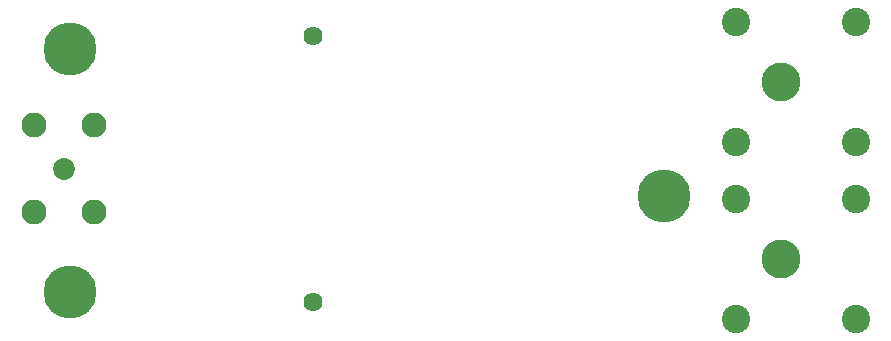
<source format=gbs>
G04 #@! TF.GenerationSoftware,KiCad,Pcbnew,(5.1.6-0)*
G04 #@! TF.CreationDate,2022-02-03T18:07:08-05:00*
G04 #@! TF.ProjectId,HPF_test_01,4850465f-7465-4737-945f-30312e6b6963,rev?*
G04 #@! TF.SameCoordinates,Original*
G04 #@! TF.FileFunction,Soldermask,Bot*
G04 #@! TF.FilePolarity,Negative*
%FSLAX46Y46*%
G04 Gerber Fmt 4.6, Leading zero omitted, Abs format (unit mm)*
G04 Created by KiCad (PCBNEW (5.1.6-0)) date 2022-02-03 18:07:08*
%MOMM*%
%LPD*%
G01*
G04 APERTURE LIST*
%ADD10C,1.624000*%
%ADD11C,4.500000*%
%ADD12C,2.400000*%
%ADD13C,3.300000*%
%ADD14C,2.125000*%
%ADD15C,1.855000*%
G04 APERTURE END LIST*
D10*
X121190000Y-77650000D03*
X121190000Y-100150000D03*
D11*
X100584000Y-99314000D03*
X100584000Y-78740000D03*
X150876000Y-91186000D03*
D12*
X167142000Y-76454000D03*
X167142000Y-86614000D03*
X156982000Y-86614000D03*
X156982000Y-76454000D03*
D13*
X160782000Y-81534000D03*
D12*
X167142000Y-91440000D03*
X167142000Y-101600000D03*
X156982000Y-101600000D03*
X156982000Y-91440000D03*
D13*
X160782000Y-96520000D03*
D14*
X97536000Y-85200000D03*
X102616000Y-85200000D03*
X102616000Y-92600000D03*
X97536000Y-92600000D03*
D15*
X100076000Y-88900000D03*
M02*

</source>
